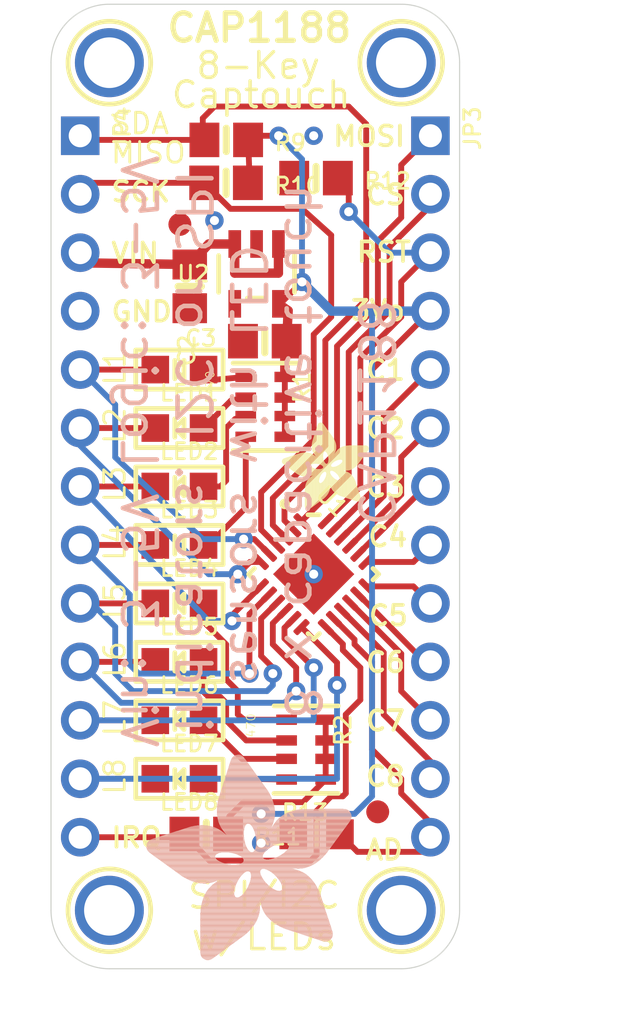
<source format=kicad_pcb>
(kicad_pcb (version 20211014) (generator pcbnew)
  (layers (0 "F.Cu" signal) (31 "B.Cu" signal) (34 "B.Paste" user) (35 "F.Paste" user) (36 "B.SilkS" user "B.Silkscreen") (37 "F.SilkS" user "F.Silkscreen") (38 "B.Mask" user) (39 "F.Mask" user) (44 "Edge.Cuts" user))
  (net 0 "")
  (net 1 "3.3V")
  (net 2 "LED1")
  (net 3 "LED2")
  (net 4 "LED3")
  (net 5 "LED4")
  (net 6 "LED5")
  (net 7 "CS1")
  (net 8 "CS2")
  (net 9 "CS3")
  (net 10 "CS4")
  (net 11 "LED6")
  (net 12 "LED7")
  (net 13 "LED8")
  (net 14 "CS5")
  (net 15 "CS6")
  (net 16 "CS7")
  (net 17 "CS8")
  (net 18 "GND")
  (net 19 "SDA/MISO")
  (net 20 "SCK")
  (net 21 "WAKE/MOSI")
  (net 22 "CS")
  (net 23 "RESET")
  (net 24 "ADDR")
  (net 25 "VIN")
  (net 26 "N$1")
  (net 27 "N$2")
  (net 28 "N$3")
  (net 29 "N$4")
  (net 30 "N$5")
  (net 31 "N$6")
  (net 32 "N$7")
  (net 33 "N$8")
  (net 34 "IRQ")
  (footprint "boardEagle:SOT23-5" (layer "F.Cu") (at 148.5571 95.7666 180)
    (fp_text reference "U2" (at 1.978 0) (layer "F.SilkS") (effects (font (size 0.692831 0.692831) (thickness 0.119969)) (justify right)))
    (fp_text value "MIC5225-3")
    (pad "1" smd rect (at -0.95 1.3001 180) (size 0.55 1.2) (layers "F.Cu" "F.Paste" "F.Mask") (net 25 "VIN"))
    (pad "2" smd rect (at 0 1.3001 180) (size 0.55 1.2) (layers "F.Cu" "F.Paste" "F.Mask") (net 18 "GND"))
    (pad "3" smd rect (at 0.95 1.3001 180) (size 0.55 1.2) (layers "F.Cu" "F.Paste" "F.Mask") (net 25 "VIN"))
    (pad "4" smd rect (at 0.95 -1.3001 180) (size 0.55 1.2) (layers "F.Cu" "F.Paste" "F.Mask"))
    (pad "5" smd rect (at -0.95 -1.3001 180) (size 0.55 1.2) (layers "F.Cu" "F.Paste" "F.Mask") (net 1 "3.3V"))
  )
  (footprint "boardEagle:0805-NO" (layer "F.Cu") (at 145.6491 96.3076 -90)
    (fp_text reference "C2" (at 2.032 0.127 90) (layer "F.SilkS") (effects (font (size 0.692831 0.692831) (thickness 0.119969)) (justify right)))
    (fp_text value "10uF")
    (pad "1" smd rect (at -0.95 0 270) (size 1.3 1.5) (layers "F.Cu" "F.Paste" "F.Mask") (net 25 "VIN"))
    (pad "2" smd rect (at 0.95 0 270) (size 1.3 1.5) (layers "F.Cu" "F.Paste" "F.Mask") (net 18 "GND"))
  )
  (footprint "boardEagle:MOUNTINGHOLE_2.0_PLATED" (layer "F.Cu") (at 154.8511 123.4186)
    (fp_text reference "U$8" hide)
    (fp_text value "MOUNTINGHOLE2.0" hide)
    (pad "P$1" thru_hole circle (at 0 0) (size 3 3) (drill 2.2) (layers *.Cu *.Mask))
  )
  (footprint "boardEagle:CHIPLED_0805" (layer "F.Cu") (at 145.1991 110.0836 90)
    (fp_text reference "LED5" (at -1.016 1.778) (layer "F.SilkS") (effects (font (size 0.692831 0.692831) (thickness 0.119969)) (justify right)))
    (fp_text value "")
    (pad "A" smd rect (at 0 1.05 90) (size 1.2 1.2) (layers "F.Cu" "F.Paste" "F.Mask") (net 30 "N$5"))
    (pad "C" smd rect (at 0 -1.05 90) (size 1.2 1.2) (layers "F.Cu" "F.Paste" "F.Mask") (net 6 "LED5"))
  )
  (footprint "boardEagle:CHIPLED_0805" (layer "F.Cu") (at 145.1991 112.6236 90)
    (fp_text reference "LED6" (at -1.016 1.778) (layer "F.SilkS") (effects (font (size 0.692831 0.692831) (thickness 0.119969)) (justify right)))
    (fp_text value "")
    (pad "A" smd rect (at 0 1.05 90) (size 1.2 1.2) (layers "F.Cu" "F.Paste" "F.Mask") (net 31 "N$6"))
    (pad "C" smd rect (at 0 -1.05 90) (size 1.2 1.2) (layers "F.Cu" "F.Paste" "F.Mask") (net 11 "LED6"))
  )
  (footprint "boardEagle:0805-NO" (layer "F.Cu") (at 151.1431 91.6036)
    (fp_text reference "R12" (at 2.032 0.127) (layer "F.SilkS") (effects (font (size 0.692831 0.692831) (thickness 0.119969)) (justify left)))
    (fp_text value "10K")
    (pad "1" smd rect (at -0.95 0) (size 1.3 1.5) (layers "F.Cu" "F.Paste" "F.Mask") (net 18 "GND"))
    (pad "2" smd rect (at 0.95 0) (size 1.3 1.5) (layers "F.Cu" "F.Paste" "F.Mask") (net 23 "RESET"))
  )
  (footprint "boardEagle:CHIPLED_0805" (layer "F.Cu") (at 145.1991 99.9236 90)
    (fp_text reference "LED1" (at -1.016 1.778) (layer "F.SilkS") (effects (font (size 0.692831 0.692831) (thickness 0.119969)) (justify right)))
    (fp_text value "")
    (pad "A" smd rect (at 0 1.05 90) (size 1.2 1.2) (layers "F.Cu" "F.Paste" "F.Mask") (net 26 "N$1"))
    (pad "C" smd rect (at 0 -1.05 90) (size 1.2 1.2) (layers "F.Cu" "F.Paste" "F.Mask") (net 2 "LED1"))
  )
  (footprint "boardEagle:CHIPLED_0805" (layer "F.Cu") (at 145.1991 102.4636 90)
    (fp_text reference "LED2" (at -1.016 1.778) (layer "F.SilkS") (effects (font (size 0.692831 0.692831) (thickness 0.119969)) (justify right)))
    (fp_text value "")
    (pad "A" smd rect (at 0 1.05 90) (size 1.2 1.2) (layers "F.Cu" "F.Paste" "F.Mask") (net 27 "N$2"))
    (pad "C" smd rect (at 0 -1.05 90) (size 1.2 1.2) (layers "F.Cu" "F.Paste" "F.Mask") (net 3 "LED2"))
  )
  (footprint "boardEagle:0805-NO" (layer "F.Cu") (at 148.9151 98.6886 180)
    (fp_text reference "C3" (at 2.032 0.127) (layer "F.SilkS") (effects (font (size 0.692831 0.692831) (thickness 0.119969)) (justify right)))
    (fp_text value "10uF")
    (pad "1" smd rect (at -0.95 0 180) (size 1.3 1.5) (layers "F.Cu" "F.Paste" "F.Mask") (net 1 "3.3V"))
    (pad "2" smd rect (at 0.95 0 180) (size 1.3 1.5) (layers "F.Cu" "F.Paste" "F.Mask") (net 18 "GND"))
  )
  (footprint "boardEagle:MOUNTINGHOLE_2.0_PLATED" (layer "F.Cu") (at 142.1511 86.5886)
    (fp_text reference "U$9" hide)
    (fp_text value "MOUNTINGHOLE2.0" hide)
    (pad "P$1" thru_hole circle (at 0 0) (size 3 3) (drill 2.2) (layers *.Cu *.Mask))
  )
  (footprint "boardEagle:0805-NO" (layer "F.Cu") (at 147.2371 89.9436)
    (fp_text reference "R9" (at 2.032 0.127) (layer "F.SilkS") (effects (font (size 0.692831 0.692831) (thickness 0.119969)) (justify left)))
    (fp_text value "10K")
    (pad "1" smd rect (at -0.95 0) (size 1.3 1.5) (layers "F.Cu" "F.Paste" "F.Mask") (net 19 "SDA/MISO"))
    (pad "2" smd rect (at 0.95 0) (size 1.3 1.5) (layers "F.Cu" "F.Paste" "F.Mask") (net 1 "3.3V"))
  )
  (footprint "boardEagle:ADAFRUIT_3.5MM" (layer "F.Cu") (at 153.4541 106.0196 90)
    (fp_text reference "U$13" hide)
    (fp_text value "" hide)
  )
  (footprint "boardEagle:RESPACK_4X0603" (layer "F.Cu") (at 150.7131 116.4376 -90)
    (fp_text reference "R2" (at -1.6 -1.6 90) (layer "F.SilkS") (effects (font (size 0.692831 0.692831) (thickness 0.119969)) (justify right)))
    (fp_text value "470" (at -1.6 2.4 90) (layer "F.SilkS") (effects (font (size 0.369824 0.369824) (thickness 0.036576)) (justify right)))
    (pad "1" smd rect (at -1.3 0.85 270) (size 0.45 0.9) (layers "F.Cu" "F.Paste" "F.Mask") (net 30 "N$5"))
    (pad "2" smd rect (at -0.4 0.85 270) (size 0.45 0.9) (layers "F.Cu" "F.Paste" "F.Mask") (net 31 "N$6"))
    (pad "3" smd rect (at 0.4 0.85 270) (size 0.45 0.9) (layers "F.Cu" "F.Paste" "F.Mask") (net 32 "N$7"))
    (pad "4" smd rect (at 1.3 0.85 270) (size 0.45 0.9) (layers "F.Cu" "F.Paste" "F.Mask") (net 33 "N$8"))
    (pad "5" smd rect (at 1.3 -0.85 270) (size 0.45 0.9) (layers "F.Cu" "F.Paste" "F.Mask") (net 1 "3.3V"))
    (pad "6" smd rect (at 0.4 -0.85 270) (size 0.45 0.9) (layers "F.Cu" "F.Paste" "F.Mask") (net 1 "3.3V"))
    (pad "7" smd rect (at -0.4 -0.85 270) (size 0.45 0.9) (layers "F.Cu" "F.Paste" "F.Mask") (net 1 "3.3V"))
    (pad "8" smd rect (at -1.3 -0.85 270) (size 0.45 0.9) (layers "F.Cu" "F.Paste" "F.Mask") (net 1 "3.3V"))
  )
  (footprint "boardEagle:CHIPLED_0805" (layer "F.Cu") (at 145.1991 117.7036 90)
    (fp_text reference "LED8" (at -1.016 1.778) (layer "F.SilkS") (effects (font (size 0.692831 0.692831) (thickness 0.119969)) (justify right)))
    (fp_text value "")
    (pad "A" smd rect (at 0 1.05 90) (size 1.2 1.2) (layers "F.Cu" "F.Paste" "F.Mask") (net 33 "N$8"))
    (pad "C" smd rect (at 0 -1.05 90) (size 1.2 1.2) (layers "F.Cu" "F.Paste" "F.Mask") (net 13 "LED8"))
  )
  (footprint "boardEagle:_0805MP" (layer "F.Cu") (at 151.1681 120.1166)
    (fp_text reference "R13" (at -1.5875 -0.9525) (layer "F.SilkS") (effects (font (size 0.692831 0.692831) (thickness 0.119969)) (justify left)))
    (fp_text value "150K")
    (pad "1" smd rect (at -1.016 0) (size 1.2 1.3) (layers "F.Cu" "F.Paste" "F.Mask") (net 18 "GND"))
    (pad "2" smd rect (at 1.016 0) (size 1.2 1.3) (layers "F.Cu" "F.Paste" "F.Mask") (net 24 "ADDR"))
  )
  (footprint "boardEagle:0805-NO" (layer "F.Cu") (at 147.2291 91.8086)
    (fp_text reference "R10" (at 2.032 0.127) (layer "F.SilkS") (effects (font (size 0.692831 0.692831) (thickness 0.119969)) (justify left)))
    (fp_text value "10K")
    (pad "1" smd rect (at -0.95 0) (size 1.3 1.5) (layers "F.Cu" "F.Paste" "F.Mask") (net 20 "SCK"))
    (pad "2" smd rect (at 0.95 0) (size 1.3 1.5) (layers "F.Cu" "F.Paste" "F.Mask") (net 1 "3.3V"))
  )
  (footprint "boardEagle:CHIPLED_0805" (layer "F.Cu") (at 145.1991 105.0036 90)
    (fp_text reference "LED3" (at -1.016 1.778) (layer "F.SilkS") (effects (font (size 0.692831 0.692831) (thickness 0.119969)) (justify right)))
    (fp_text value "")
    (pad "A" smd rect (at 0 1.05 90) (size 1.2 1.2) (layers "F.Cu" "F.Paste" "F.Mask") (net 28 "N$3"))
    (pad "C" smd rect (at 0 -1.05 90) (size 1.2 1.2) (layers "F.Cu" "F.Paste" "F.Mask") (net 4 "LED3"))
  )
  (footprint "boardEagle:FIDUCIAL_1MM" (layer "F.Cu") (at 145.2191 93.6146 90)
    (fp_text reference "FID2" hide)
    (fp_text value "FIDUCIAL\"\"" hide)
    (pad "1" smd roundrect (at 0 0 90) (size 1 1) (layers "F.Cu" "F.Mask") (roundrect_rratio 0.5))
  )
  (footprint "boardEagle:CHIPLED_0805" (layer "F.Cu") (at 145.1991 107.5436 90)
    (fp_text reference "LED4" (at -1.016 1.778) (layer "F.SilkS") (effects (font (size 0.692831 0.692831) (thickness 0.119969)) (justify right)))
    (fp_text value "")
    (pad "A" smd rect (at 0 1.05 90) (size 1.2 1.2) (layers "F.Cu" "F.Paste" "F.Mask") (net 29 "N$4"))
    (pad "C" smd rect (at 0 -1.05 90) (size 1.2 1.2) (layers "F.Cu" "F.Paste" "F.Mask") (net 5 "LED4"))
  )
  (footprint "boardEagle:MOUNTINGHOLE_2.0_PLATED" (layer "F.Cu") (at 142.1511 123.4186)
    (fp_text reference "U$7" hide)
    (fp_text value "MOUNTINGHOLE2.0" hide)
    (pad "P$1" thru_hole circle (at 0 0) (size 3 3) (drill 2.2) (layers *.Cu *.Mask))
  )
  (footprint "boardEagle:0805-NO" (layer "F.Cu") (at 146.3671 120.1016)
    (fp_text reference "R11" (at 2.032 0.127) (layer "F.SilkS") (effects (font (size 0.692831 0.692831) (thickness 0.119969)) (justify left)))
    (fp_text value "10K")
    (pad "1" smd rect (at -0.95 0) (size 1.3 1.5) (layers "F.Cu" "F.Paste" "F.Mask") (net 34 "IRQ"))
    (pad "2" smd rect (at 0.95 0) (size 1.3 1.5) (layers "F.Cu" "F.Paste" "F.Mask") (net 1 "3.3V"))
  )
  (footprint "boardEagle:QFN24_4MM_SMSC" (layer "F.Cu") (at 151.0411 108.8136 -45)
    (fp_text reference "U1" (at -2.450001 -2.799996 -225) (layer "F.SilkS") (effects (font (size 0.692831 0.692831) (thickness 0.119969)) (justify left)))
    (fp_text value "")
    (pad "1" smd roundrect (at -2 -1.25 135) (size 0.8 0.28) (layers "F.Cu" "F.Paste" "F.Mask") (net 22 "CS"))
    (pad "2" smd roundrect (at -2 -0.75 135) (size 0.8 0.28) (layers "F.Cu" "F.Paste" "F.Mask") (net 21 "WAKE/MOSI"))
    (pad "3" smd roundrect (at -2 -0.25 135) (size 0.8 0.28) (layers "F.Cu" "F.Paste" "F.Mask") (net 19 "SDA/MISO"))
    (pad "4" smd roundrect (at -2 0.25 135) (size 0.8 0.28) (layers "F.Cu" "F.Paste" "F.Mask") (net 20 "SCK"))
    (pad "5" smd roundrect (at -2 0.75 135) (size 0.8 0.28) (layers "F.Cu" "F.Paste" "F.Mask") (net 2 "LED1"))
    (pad "6" smd roundrect (at -2 1.25 135) (size 0.8 0.28) (layers "F.Cu" "F.Paste" "F.Mask") (net 3 "LED2"))
    (pad "7" smd roundrect (at -1.25 2 45) (size 0.8 0.28) (layers "F.Cu" "F.Paste" "F.Mask") (net 4 "LED3"))
    (pad "8" smd roundrect (at -0.75 2 45) (size 0.8 0.28) (layers "F.Cu" "F.Paste" "F.Mask") (net 5 "LED4"))
    (pad "9" smd roundrect (at -0.25 2 45) (size 0.8 0.28) (layers "F.Cu" "F.Paste" "F.Mask") (net 6 "LED5"))
    (pad "10" smd roundrect (at 0.25 2 45) (size 0.8 0.28) (layers "F.Cu" "F.Paste" "F.Mask") (net 11 "LED6"))
    (pad "11" smd roundrect (at 0.75 2 45) (size 0.8 0.28) (layers "F.Cu" "F.Paste" "F.Mask") (net 12 "LED7"))
    (pad "12" smd roundrect (at 1.25 2 45) (size 0.8 0.28) (layers "F.Cu" "F.Paste" "F.Mask") (net 13 "LED8"))
    (pad "13" smd roundrect (at 2 1.25 315) (size 0.8 0.28) (layers "F.Cu" "F.Paste" "F.Mask") (net 34 "IRQ"))
    (pad "14" smd roundrect (at 2 0.75 315) (size 0.8 0.28) (layers "F.Cu" "F.Paste" "F.Mask") (net 24 "ADDR"))
    (pad "15" smd roundrect (at 2 0.25 315) (size 0.8 0.28) (layers "F.Cu" "F.Paste" "F.Mask") (net 17 "CS8"))
    (pad "16" smd roundrect (at 2 -0.25 315) (size 0.8 0.28) (layers "F.Cu" "F.Paste" "F.Mask") (net 16 "CS7"))
    (pad "17" smd roundrect (at 2 -0.75 315) (size 0.8 0.28) (layers "F.Cu" "F.Paste" "F.Mask") (net 15 "CS6"))
    (pad "18" smd roundrect (at 2 -1.25 315) (size 0.8 0.28) (layers "F.Cu" "F.Paste" "F.Mask") (net 14 "CS5"))
    (pad "19" smd roundrect (at 1.25 -2 225) (size 0.8 0.28) (layers "F.Cu" "F.Paste" "F.Mask") (net 10 "CS4"))
    (pad "20" smd roundrect (at 0.75 -2 225) (size 0.8 0.28) (layers "F.Cu" "F.Paste" "F.Mask") (net 9 "CS3"))
    (pad "21" smd roundrect (at 0.25 -2 225) (size 0.8 0.28) (layers "F.Cu" "F.Paste" "F.Mask") (net 8 "CS2"))
    (pad "22" smd roundrect (at -0.25 -2 225) (size 0.8 0.28) (layers "F.Cu" "F.Paste" "F.Mask") (net 7 "CS1"))
    (pad "23" smd roundrect (at -0.75 -2 225) (size 0.8 0.28) (layers "F.Cu" "F.Paste" "F.Mask") (net 1 "3.3V"))
    (pad "24" smd roundrect (at -1.25 -2 225) (size 0.8 0.28) (layers "F.Cu" "F.Paste" "F.Mask") (net 23 "RESET"))
    (pad "THERM" smd rect (at 0 0 315) (size 2.5 2.5) (layers "F.Cu" "F.Mask") (net 18 "GND"))
  )
  (footprint "boardEagle:FIDUCIAL_1MM" (layer "F.Cu") (at 153.8281 119.1396 90)
    (fp_text reference "FID1" hide)
    (fp_text value "FIDUCIAL\"\"" hide)
    (pad "1" smd roundrect (at 0 0 90) (size 1 1) (layers "F.Cu" "F.Mask") (roundrect_rratio 0.5))
  )
  (footprint "boardEagle:1X13_ROUND_70" (layer "F.Cu") (at 156.1211 105.0036 -90)
    (fp_text reference "JP3" (at -16.5862 -1.8288 90) (layer "F.SilkS") (effects (font (size 0.692831 0.692831) (thickness 0.119969)) (justify right)))
    (fp_text value "")
    (pad "1" thru_hole rect (at -15.24 0) (size 1.6764 1.6764) (drill 1) (layers *.Cu *.Mask) (net 21 "WAKE/MOSI"))
    (pad "2" thru_hole circle (at -12.7 0) (size 1.6764 1.6764) (drill 1) (layers *.Cu *.Mask) (net 22 "CS"))
    (pad "3" thru_hole circle (at -10.16 0) (size 1.6764 1.6764) (drill 1) (layers *.Cu *.Mask) (net 23 "RESET"))
    (pad "4" thru_hole circle (at -7.62 0) (size 1.6764 1.6764) (drill 1) (layers *.Cu *.Mask) (net 1 "3.3V"))
    (pad "5" thru_hole circle (at -5.08 0) (size 1.6764 1.6764) (drill 1) (layers *.Cu *.Mask) (net 7 "CS1"))
    (pad "6" thru_hole circle (at -2.54 0) (size 1.6764 1.6764) (drill 1) (layers *.Cu *.Mask) (net 8 "CS2"))
    (pad "7" thru_hole circle (at 0 0) (size 1.6764 1.6764) (drill 1) (layers *.Cu *.Mask) (net 9 "CS3"))
    (pad "8" thru_hole circle (at 2.54 0) (size 1.6764 1.6764) (drill 1) (layers *.Cu *.Mask) (net 10 "CS4"))
    (pad "9" thru_hole circle (at 5.08 0) (size 1.6764 1.6764) (drill 1) (layers *.Cu *.Mask) (net 14 "CS5"))
    (pad "10" thru_hole circle (at 7.62 0) (size 1.6764 1.6764) (drill 1) (layers *.Cu *.Mask) (net 15 "CS6"))
    (pad "11" thru_hole circle (at 10.16 0) (size 1.6764 1.6764) (drill 1) (layers *.Cu *.Mask) (net 16 "CS7"))
    (pad "12" thru_hole circle (at 12.7 0) (size 1.6764 1.6764) (drill 1) (layers *.Cu *.Mask) (net 17 "CS8"))
    (pad "13" thru_hole circle (at 15.24 0) (size 1.6764 1.6764) (drill 1) (layers *.Cu *.Mask) (net 24 "ADDR"))
  )
  (footprint "boardEagle:CHIPLED_0805" (layer "F.Cu") (at 145.1991 115.1636 90)
    (fp_text reference "LED7" (at -1.016 1.778) (layer "F.SilkS") (effects (font (size 0.692831 0.692831) (thickness 0.119969)) (justify right)))
    (fp_text value "")
    (pad "A" smd rect (at 0 1.05 90) (size 1.2 1.2) (layers "F.Cu" "F.Paste" "F.Mask") (net 32 "N$7"))
    (pad "C" smd rect (at 0 -1.05 90) (size 1.2 1.2) (layers "F.Cu" "F.Paste" "F.Mask") (net 12 "LED7"))
  )
  (footprint "boardEagle:RESPACK_4X0603" (layer "F.Cu") (at 148.9351 101.5426 -90)
    (fp_text reference "R1" (at -1.6 -1.6 90) (layer "F.SilkS") (effects (font (size 0.692831 0.692831) (thickness 0.119969)) (justify right)))
    (fp_text value "470" (at -1.6 2.4 90) (layer "F.SilkS") (effects (font (size 0.369824 0.369824) (thickness 0.036576)) (justify right)))
    (pad "1" smd rect (at -1.3 0.85 270) (size 0.45 0.9) (layers "F.Cu" "F.Paste" "F.Mask") (net 26 "N$1"))
    (pad "2" smd rect (at -0.4 0.85 270) (size 0.45 0.9) (layers "F.Cu" "F.Paste" "F.Mask") (net 27 "N$2"))
    (pad "3" smd rect (at 0.4 0.85 270) (size 0.45 0.9) (layers "F.Cu" "F.Paste" "F.Mask") (net 28 "N$3"))
    (pad "4" smd rect (at 1.3 0.85 270) (size 0.45 0.9) (layers "F.Cu" "F.Paste" "F.Mask") (net 29 "N$4"))
    (pad "5" smd rect (at 1.3 -0.85 270) (size 0.45 0.9) (layers "F.Cu" "F.Paste" "F.Mask") (net 1 "3.3V"))
    (pad "6" smd rect (at 0.4 -0.85 270) (size 0.45 0.9) (layers "F.Cu" "F.Paste" "F.Mask") (net 1 "3.3V"))
    (pad "7" smd rect (at -0.4 -0.85 270) (size 0.45 0.9) (layers "F.Cu" "F.Paste" "F.Mask") (net 1 "3.3V"))
    (pad "8" smd rect (at -1.3 -0.85 270) (size 0.45 0.9) (layers "F.Cu" "F.Paste" "F.Mask") (net 1 "3.3V"))
  )
  (footprint "boardEagle:MOUNTINGHOLE_2.0_PLATED" (layer "F.Cu") (at 154.8511 86.5886)
    (fp_text reference "U$10" hide)
    (fp_text value "MOUNTINGHOLE2.0" hide)
    (pad "P$1" thru_hole circle (at 0 0) (size 3 3) (drill 2.2) (layers *.Cu *.Mask))
  )
  (footprint "boardEagle:1X13_ROUND_70" (layer "F.Cu") (at 140.8811 105.0036 -90)
    (fp_text reference "JP4" (at -16.5862 -1.8288 90) (layer "F.SilkS") (effects (font (size 0.692831 0.692831) (thickness 0.119969)) (justify right)))
    (fp_text value "")
    (pad "1" thru_hole rect (at -15.24 0) (size 1.6764 1.6764) (drill 1) (layers *.Cu *.Mask) (net 19 "SDA/MISO"))
    (pad "2" thru_hole circle (at -12.7 0) (size 1.6764 1.6764) (drill 1) (layers *.Cu *.Mask) (net 20 "SCK"))
    (pad "3" thru_hole circle (at -10.16 0) (size 1.6764 1.6764) (drill 1) (layers *.Cu *.Mask) (net 25 "VIN"))
    (pad "4" thru_hole circle (at -7.62 0) (size 1.6764 1.6764) (drill 1) (layers *.Cu *.Mask) (net 18 "GND"))
    (pad "5" thru_hole circle (at -5.08 0) (size 1.6764 1.6764) (drill 1) (layers *.Cu *.Mask) (net 2 "LED1"))
    (pad "6" thru_hole circle (at -2.54 0) (size 1.6764 1.6764) (drill 1) (layers *.Cu *.Mask) (net 3 "LED2"))
    (pad "7" thru_hole circle (at 0 0) (size 1.6764 1.6764) (drill 1) (layers *.Cu *.Mask) (net 4 "LED3"))
    (pad "8" thru_hole circle (at 2.54 0) (size 1.6764 1.6764) (drill 1) (layers *.Cu *.Mask) (net 5 "LED4"))
    (pad "9" thru_hole circle (at 5.08 0) (size 1.6764 1.6764) (drill 1) (layers *.Cu *.Mask) (net 6 "LED5"))
    (pad "10" thru_hole circle (at 7.62 0) (size 1.6764 1.6764) (drill 1) (layers *.Cu *.Mask) (net 11 "LED6"))
    (pad "11" thru_hole circle (at 10.16 0) (size 1.6764 1.6764) (drill 1) (layers *.Cu *.Mask) (net 12 "LED7"))
    (pad "12" thru_hole circle (at 12.7 0) (size 1.6764 1.6764) (drill 1) (layers *.Cu *.Mask) (net 13 "LED8"))
    (pad "13" thru_hole circle (at 15.24 0) (size 1.6764 1.6764) (drill 1) (layers *.Cu *.Mask) (net 34 "IRQ"))
  )
  (footprint "boardEagle:ADAFRUIT_9MM" (layer "B.Cu") (at 152.6921 125.5776 180)
    (fp_text reference "U$14" hide)
    (fp_text value "" hide)
  )
  (gr_line (start 154.8511 84.0486) (end 142.1511 84.0486) (layer "Edge.Cuts") (width 0.05))
  (gr_arc (start 139.6111 86.5886) (mid 140.355049 84.792549) (end 142.1511 84.0486) (layer "Edge.Cuts") (width 0.05))
  (gr_line (start 142.1511 125.9586) (end 154.8511 125.9586) (layer "Edge.Cuts") (width 0.05))
  (gr_arc (start 157.3911 123.4186) (mid 156.647151 125.214651) (end 154.8511 125.9586) (layer "Edge.Cuts") (width 0.05))
  (gr_arc (start 142.1511 125.9586) (mid 140.355049 125.214651) (end 139.6111 123.4186) (layer "Edge.Cuts") (width 0.05))
  (gr_line (start 157.3911 123.4186) (end 157.3911 86.5886) (layer "Edge.Cuts") (width 0.05))
  (gr_line (start 139.6111 86.5886) (end 139.6111 123.4186) (layer "Edge.Cuts") (width 0.05))
  (gr_arc (start 154.8511 84.0486) (mid 156.647151 84.792549) (end 157.3911 86.5886) (layer "Edge.Cuts") (width 0.05))
  (gr_text "8 x capacitive touch\nsensors with LED \nindicators. I2C or SPI\nVin: 3-5V Logic: 3-5V" (at 146.9771 103.4796 -90) (layer "B.SilkS") (effects (font (size 1.475232 1.475232) (thickness 0.201168)) (justify mirror)))
  (gr_text "CAP1188" (at 154.5971 96.7486 -90) (layer "B.SilkS") (effects (font (size 1.475232 1.475232) (thickness 0.201168)) (justify right top mirror)))
  (gr_text "IRQ" (at 142.1511 120.2676) (layer "F.SilkS") (effects (font (size 0.85344 0.85344) (thickness 0.16256)) (justify left)))
  (gr_text "C8" (at 155.1051 117.6006) (layer "F.SilkS") (effects (font (size 0.85344 0.85344) (thickness 0.16256)) (justify right)))
  (gr_text "RST" (at 155.3591 94.8196) (layer "F.SilkS") (effects (font (size 0.85344 0.85344) (thickness 0.16256)) (justify right)))
  (gr_text "SCK" (at 142.1511 92.1986) (layer "F.SilkS") (effects (font (size 0.85344 0.85344) (thickness 0.16256)) (justify left)))
  (gr_text "VIN" (at 142.1511 94.8676) (layer "F.SilkS") (effects (font (size 0.85344 0.85344) (thickness 0.16256)) (justify left)))
  (gr_text "CS" (at 155.1051 92.3276) (layer "F.SilkS") (effects (font (size 0.85344 0.85344) (thickness 0.16256)) (justify right)))
  (gr_text "Captouch" (at 148.7551 87.9856) (layer "F.SilkS") (effects (font (size 1.1176 1.1176) (thickness 0.1524))))
  (gr_text "L1" (at 142.9131 100.6856 90) (layer "F.SilkS") (effects (font (size 0.89408 0.89408) (thickness 0.12192)) (justify left bottom)))
  (gr_text "C4" (at 155.2051 107.1866) (layer "F.SilkS") (effects (font (size 0.85344 0.85344) (thickness 0.16256)) (justify right)))
  (gr_text "C7" (at 155.1051 115.1876) (layer "F.SilkS") (effects (font (size 0.85344 0.85344) (thickness 0.16256)) (justify right)))
  (gr_text "8-Key" (at 148.6281 86.7156) (layer "F.SilkS") (effects (font (size 1.1176 1.1176) (thickness 0.1524))))
  (gr_text "L7" (at 142.9131 115.9256 90) (layer "F.SilkS") (effects (font (size 0.89408 0.89408) (thickness 0.12192)) (justify left bottom)))
  (gr_text "L2" (at 142.9131 103.2256 90) (layer "F.SilkS") (effects (font (size 0.89408 0.89408) (thickness 0.12192)) (justify left bottom)))
  (gr_text "C5" (at 155.2321 110.6156) (layer "F.SilkS") (effects (font (size 0.85344 0.85344) (thickness 0.16256)) (justify right)))
  (gr_text "MISO" (at 142.1511 90.5016) (layer "F.SilkS") (effects (font (size 0.89408 0.89408) (thickness 0.12192)) (justify left)))
  (gr_text "L4" (at 142.9131 108.3056 90) (layer "F.SilkS") (effects (font (size 0.89408 0.89408) (thickness 0.12192)) (justify left bottom)))
  (gr_text "MOSI" (at 155.1051 89.7876) (layer "F.SilkS") (effects (font (size 0.85344 0.85344) (thickness 0.16256)) (justify right)))
  (gr_text "SPI/I2C\nw/LEDs" (at 148.8821 123.6726) (layer "F.SilkS") (effects (font (size 1.1176 1.1176) (thickness 0.1524))))
  (gr_text "CAP1188" (at 148.6761 85.0766) (layer "F.SilkS") (effects (font (size 1.194816 1.194816) (thickness 0.227584))))
  (gr_text "C6" (at 155.1051 112.6476) (layer "F.SilkS") (effects (font (size 0.85344 0.85344) (thickness 0.16256)) (justify right)))
  (gr_text "C3" (at 155.1051 105.0276) (layer "F.SilkS") (effects (font (size 0.85344 0.85344) (thickness 0.16256)) (justify right)))
  (gr_text "L6" (at 142.9131 113.3856 90) (layer "F.SilkS") (effects (font (size 0.89408 0.89408) (thickness 0.12192)) (justify left bottom)))
  (gr_text "L3" (at 142.9131 105.7656 90) (layer "F.SilkS") (effects (font (size 0.89408 0.89408) (thickness 0.12192)) (justify left bottom)))
  (gr_text "GND" (at 142.1511 97.4076) (layer "F.SilkS") (effects (font (size 0.85344 0.85344) (thickness 0.16256)) (justify left)))
  (gr_text "C2" (at 155.1051 102.4876) (layer "F.SilkS") (effects (font (size 0.85344 0.85344) (thickness 0.16256)) (justify right)))
  (gr_text "AD" (at 155.0131 120.7986) (layer "F.SilkS") (effects (font (size 0.85344 0.85344) (thickness 0.16256)) (justify right)))
  (gr_text "3Vo" (at 155.1051 97.3596) (layer "F.SilkS") (effects (font (size 0.85344 0.85344) (thickness 0.16256)) (justify right)))
  (gr_text "L8" (at 142.9131 118.4656 90) (layer "F.SilkS") (effects (font (size 0.89408 0.89408) (thickness 0.12192)) (justify left bottom)))
  (gr_text "L5" (at 142.9131 110.8456 90) (layer "F.SilkS") (effects (font (size 0.89408 0.89408) (thickness 0.12192)) (justify left bottom)))
  (gr_text "C1" (at 155.1051 99.9476) (layer "F.SilkS") (effects (font (size 0.85344 0.85344) (thickness 0.16256)) (justify right)))
  (gr_text "SDA" (at 142.1511 89.2316) (layer "F.SilkS") (effects (font (size 0.89408 0.89408) (thickness 0.12192)) (justify left)))
  (segment (start 151.5631 117.7376) (end 151.5631 116.8376) (width 0.254) (layer "F.Cu") (net 1))
  (segment (start 149.7851 100.2426) (end 149.7851 101.1426) (width 0.254) (layer "F.Cu") (net 1))
  (segment (start 149.9311 97.3637) (end 149.8651 98.6886) (width 0.4064) (layer "F.Cu") (net 1))
  (segment (start 148.2531 91.6076) (end 148.1791 91.8086) (width 0.254) (layer "F.Cu") (net 1))
  (segment (start 148.3271 89.7636) (end 149.5171 89.7636) (width 0.254) (layer "F.Cu") (net 1))
  (segment (start 149.707 96.9397) (end 149.5071 97.0667) (width 0.254) (layer "F.Cu") (net 1))
  (segment (start 149.7851 101.1426) (end 149.7851 101.9426) (width 0.254) (layer "F.Cu") (net 1))
  (segment (start 149.7851 98.5616) (end 149.8651 98.6886) (width 0.4064) (layer "F.Cu") (net 1))
  (segment (start 151.5631 116.8376) (end 151.5631 116.0376) (width 0.254) (layer "F.Cu") (net 1))
  (segment (start 148.7551 118.7196) (end 150.5811 118.7196) (width 0.254) (layer "F.Cu") (net 1))
  (segment (start 151.924981 106.86906) (end 153.5811 105.212941) (width 0.254) (layer "F.Cu") (net 1))
  (segment (start 151.5631 116.0376) (end 151.5631 115.1376) (width 0.254) (layer "F.Cu") (net 1))
  (segment (start 149.5071 97.0667) (end 149.9311 97.3637) (width 0.4064) (layer "F.Cu") (net 1))
  (segment (start 153.5811 99.9236) (end 156.1211 97.3836) (width 0.254) (layer "F.Cu") (net 1))
  (segment (start 147.3731 119.3396) (end 147.9931 118.7196) (width 0.254) (layer "F.Cu") (net 1))
  (segment (start 150.5331 96.1136) (end 149.707 96.9397) (width 0.254) (layer "F.Cu") (net 1))
  (segment (start 148.7551 118.7196) (end 148.7551 119.2276) (width 0.254) (layer "F.Cu") (net 1))
  (segment (start 150.5811 118.7196) (end 151.5631 117.7376) (width 0.254) (layer "F.Cu") (net 1))
  (segment (start 149.7851 100.2426) (end 149.7851 98.5616) (width 0.4064) (layer "F.Cu") (net 1))
  (segment (start 149.7851 101.9426) (end 149.7851 102.8426) (width 0.254) (layer "F.Cu") (net 1))
  (segment (start 148.1871 89.9436) (end 148.2531 91.6076) (width 0.254) (layer "F.Cu") (net 1))
  (segment (start 153.5811 105.212941) (end 153.5811 99.9236) (width 0.254) (layer "F.Cu") (net 1))
  (segment (start 147.9931 118.7196) (end 148.7551 118.7196) (width 0.254) (layer "F.Cu") (net 1))
  (segment (start 148.1871 89.9436) (end 148.3271 89.7636) (width 0.254) (layer "F.Cu") (net 1))
  (segment (start 147.3171 120.1016) (end 147.3731 119.3396) (width 0.254) (layer "F.Cu") (net 1))
  (via (at 150.5331 96.1136) (size 0.8001) (drill 0.3937) (layers "F.Cu" "B.Cu") (net 1))
  (via (at 149.5171 89.7636) (size 0.8001) (drill 0.3937) (layers "F.Cu" "B.Cu") (net 1))
  (via (at 148.7551 119.2276) (size 0.8001) (drill 0.3937) (layers "F.Cu" "B.Cu") (net 1))
  (segment (start 152.8191 119.2276) (end 153.5811 118.4656) (width 0.254) (layer "B.Cu") (net 1))
  (segment (start 153.5811 118.4656) (end 153.5811 97.3836) (width 0.254) (layer "B.Cu") (net 1))
  (segment (start 150.5331 90.7796) (end 150.5331 96.1136) (width 0.254) (layer "B.Cu") (net 1))
  (segment (start 156.1211 97.3836) (end 153.5811 97.3836) (width 0.4064) (layer "B.Cu") (net 1))
  (segment (start 151.8031 97.3836) (end 150.5331 96.1136) (width 0.4064) (layer "B.Cu") (net 1))
  (segment (start 149.5171 89.7636) (end 150.5331 90.7796) (width 0.254) (layer "B.Cu") (net 1))
  (segment (start 148.7551 119.2276) (end 152.8191 119.2276) (width 0.254) (layer "B.Cu") (net 1))
  (segment (start 153.5811 97.3836) (end 151.8031 97.3836) (width 0.4064) (layer "B.Cu") (net 1))
  (segment (start 148.456437 107.2896) (end 147.9931 107.2896) (width 0.254) (layer "F.Cu") (net 2))
  (segment (start 149.096556 107.929719) (end 148.456437 107.2896) (width 0.254) (layer "F.Cu") (net 2))
  (segment (start 140.8811 99.9236) (end 144.1491 99.9236) (width 0.254) (layer "F.Cu") (net 2))
  (via (at 147.9931 107.2896) (size 0.8001) (drill 0.3937) (layers "F.Cu" "B.Cu") (net 2))
  (segment (start 147.9931 107.2896) (end 146.2151 107.2896) (width 0.254) (layer "B.Cu") (net 2))
  (segment (start 146.2151 107.2896) (end 142.4051 103.7336) (width 0.254) (layer "B.Cu") (net 2))
  (segment (start 142.4051 101.4476) (end 140.8811 99.9236) (width 0.254) (layer "B.Cu") (net 2))
  (segment (start 142.4051 103.7336) (end 142.4051 101.4476) (width 0.254) (layer "B.Cu") (net 2))
  (segment (start 148.743 108.283272) (end 148.269428 108.283272) (width 0.254) (layer "F.Cu") (net 3))
  (segment (start 148.269428 108.283272) (end 147.7391 108.8136) (width 0.254) (layer "F.Cu") (net 3))
  (segment (start 144.1491 102.4636) (end 140.8811 102.4636) (width 0.254) (layer "F.Cu") (net 3))
  (via (at 147.7391 108.8136) (size 0.8001) (drill 0.3937) (layers "F.Cu" "B.Cu") (net 3))
  (segment (start 140.8811 103.2256) (end 140.8811 102.4636) (width 0.254) (layer "B.Cu") (net 3))
  (segment (start 147.7391 108.8136) (end 146.4691 108.8136) (width 0.254) (layer "B.Cu") (net 3))
  (segment (start 146.4691 108.8136) (end 140.8811 103.2256) (width 0.254) (layer "B.Cu") (net 3))
  (segment (start 147.495331 110.5916) (end 147.4851 110.8456) (width 0.254) (layer "F.Cu") (net 4))
  (segment (start 148.743 109.343932) (end 147.495331 110.5916) (width 0.254) (layer "F.Cu") (net 4))
  (segment (start 144.1491 105.0036) (end 140.8811 105.0036) (width 0.254) (layer "F.Cu") (net 4))
  (via (at 147.4851 110.8456) (size 0.8001) (drill 0.3937) (layers "F.Cu" "B.Cu") (net 4))
  (segment (start 147.4851 110.8456) (end 146.4691 110.8456) (width 0.254) (layer "B.Cu") (net 4))
  (segment (start 146.4691 110.8456) (end 140.8811 105.0036) (width 0.254) (layer "B.Cu") (net 4))
  (segment (start 148.2471 110.546941) (end 148.2471 113.1316) (width 0.254) (layer "F.Cu") (net 5))
  (segment (start 149.096556 109.697485) (end 148.2471 110.546941) (width 0.254) (layer "F.Cu") (net 5))
  (segment (start 144.1491 107.5436) (end 140.8811 107.5436) (width 0.254) (layer "F.Cu") (net 5))
  (via (at 148.2471 113.1316) (size 0.8001) (drill 0.3937) (layers "F.Cu" "B.Cu") (net 5))
  (segment (start 148.2471 113.1316) (end 143.4211 113.1316) (width 0.254) (layer "B.Cu") (net 5))
  (segment (start 143.0401 109.7026) (end 140.8811 107.5436) (width 0.254) (layer "B.Cu") (net 5))
  (segment (start 143.4211 113.1316) (end 143.0401 112.7506) (width 0.254) (layer "B.Cu") (net 5))
  (segment (start 143.0401 112.7506) (end 143.0401 109.7026) (width 0.254) (layer "B.Cu") (net 5))
  (segment (start 148.7551 110.746047) (end 148.7551 112.3696) (width 0.254) (layer "F.Cu") (net 6))
  (segment (start 148.7551 112.3696) (end 149.2631 112.8776) (width 0.254) (layer "F.Cu") (net 6))
  (segment (start 149.2631 112.8776) (end 149.2631 113.1316) (width 0.254) (layer "F.Cu") (net 6))
  (segment (start 149.450109 110.051038) (end 148.7551 110.746047) (width 0.254) (layer "F.Cu") (net 6))
  (segment (start 140.8811 110.0836) (end 144.1491 110.0836) (width 0.254) (layer "F.Cu") (net 6))
  (via (at 149.2631 113.1316) (size 0.8001) (drill 0.3937) (layers "F.Cu" "B.Cu") (net 6))
  (segment (start 142.4051 113.1316) (end 142.4051 111.0996) (width 0.254) (layer "B.Cu") (net 6))
  (segment (start 149.2631 113.1316) (end 149.2631 113.6396) (width 0.254) (layer "B.Cu") (net 6))
  (segment (start 143.1671 113.8936) (end 142.4051 113.1316) (width 0.254) (layer "B.Cu") (net 6))
  (segment (start 141.3891 110.0836) (end 140.8811 110.0836) (width 0.254) (layer "B.Cu") (net 6))
  (segment (start 149.2631 113.6396) (end 149.0091 113.8936) (width 0.254) (layer "B.Cu") (net 6))
  (segment (start 142.4051 111.0996) (end 141.3891 110.0836) (width 0.254) (layer "B.Cu") (net 6))
  (segment (start 149.0091 113.8936) (end 143.1671 113.8936) (width 0.254) (layer "B.Cu") (net 6))
  (segment (start 154.0891 101.9556) (end 156.1211 99.9236) (width 0.254) (layer "F.Cu") (net 7))
  (segment (start 154.0891 105.412047) (end 154.0891 101.9556) (width 0.254) (layer "F.Cu") (net 7))
  (segment (start 152.278534 107.222613) (end 154.0891 105.412047) (width 0.254) (layer "F.Cu") (net 7))
  (segment (start 154.8511 103.7336) (end 156.1211 102.4636) (width 0.254) (layer "F.Cu") (net 8))
  (segment (start 154.8511 105.357154) (end 154.8511 103.7336) (width 0.254) (layer "F.Cu") (net 8))
  (segment (start 152.632087 107.576166) (end 154.8511 105.357154) (width 0.254) (layer "F.Cu") (net 8))
  (segment (start 152.98564 107.929719) (end 155.911759 105.0036) (width 0.254) (layer "F.Cu") (net 9))
  (segment (start 155.911759 105.0036) (end 156.1211 105.0036) (width 0.254) (layer "F.Cu") (net 9))
  (segment (start 155.381428 108.283272) (end 156.1211 107.5436) (width 0.254) (layer "F.Cu") (net 10))
  (segment (start 153.339196 108.283272) (end 155.381428 108.283272) (width 0.254) (layer "F.Cu") (net 10))
  (segment (start 140.8811 112.6236) (end 144.1491 112.6236) (width 0.254) (layer "F.Cu") (net 11))
  (segment (start 149.2631 110.945154) (end 149.2631 111.8616) (width 0.254) (layer "F.Cu") (net 11))
  (segment (start 149.2631 111.8616) (end 150.2791 112.8776) (width 0.254) (layer "F.Cu") (net 11))
  (segment (start 149.803662 110.404591) (end 149.2631 110.945154) (width 0.254) (layer "F.Cu") (net 11))
  (segment (start 150.2791 112.8776) (end 150.2791 113.8936) (width 0.254) (layer "F.Cu") (net 11))
  (via (at 150.2791 113.8936) (size 0.8001) (drill 0.3937) (layers "F.Cu" "B.Cu") (net 11))
  (segment (start 142.6591 114.4016) (end 149.7711 114.4016) (width 0.254) (layer "B.Cu") (net 11))
  (segment (start 142.6591 114.4016) (end 140.8811 112.6236) (width 0.254) (layer "B.Cu") (net 11))
  (segment (start 149.7711 114.4016) (end 150.2791 113.8936) (width 0.254) (layer "B.Cu") (net 11))
  (segment (start 149.7711 111.14426) (end 149.7711 111.6076) (width 0.254) (layer "F.Cu") (net 12))
  (segment (start 140.8811 115.1636) (end 144.1491 115.1636) (width 0.254) (layer "F.Cu") (net 12))
  (segment (start 149.7711 111.6076) (end 151.0411 112.8776) (width 0.254) (layer "F.Cu") (net 12))
  (segment (start 150.157215 110.758144) (end 149.7711 111.14426) (width 0.254) (layer "F.Cu") (net 12))
  (via (at 151.0411 112.8776) (size 0.8001) (drill 0.3937) (layers "F.Cu" "B.Cu") (net 12))
  (segment (start 151.0411 112.8776) (end 151.0411 115.1636) (width 0.254) (layer "B.Cu") (net 12))
  (segment (start 151.0411 115.1636) (end 140.8811 115.1636) (width 0.254) (layer "B.Cu") (net 12))
  (segment (start 140.8811 117.7036) (end 144.1491 117.7036) (width 0.254) (layer "F.Cu") (net 13))
  (segment (start 152.0571 112.658032) (end 152.0571 113.6396) (width 0.254) (layer "F.Cu") (net 13))
  (segment (start 150.510768 111.1117) (end 152.0571 112.658032) (width 0.254) (layer "F.Cu") (net 13))
  (via (at 152.0571 113.6396) (size 0.8001) (drill 0.3937) (layers "F.Cu" "B.Cu") (net 13))
  (segment (start 152.0571 113.6396) (end 152.0571 117.7036) (width 0.254) (layer "B.Cu") (net 13))
  (segment (start 152.0571 117.7036) (end 140.8811 117.7036) (width 0.254) (layer "B.Cu") (net 13))
  (segment (start 155.381431 109.343932) (end 156.1211 110.0836) (width 0.254) (layer "F.Cu") (net 14))
  (segment (start 153.339196 109.343932) (end 155.381431 109.343932) (width 0.254) (layer "F.Cu") (net 14))
  (segment (start 153.625756 110.3376) (end 155.8671 112.6236) (width 0.254) (layer "F.Cu") (net 15))
  (segment (start 155.8671 112.6236) (end 156.1211 112.6236) (width 0.254) (layer "F.Cu") (net 15))
  (segment (start 152.98564 109.697485) (end 153.625756 110.3376) (width 0.254) (layer "F.Cu") (net 15))
  (segment (start 154.8511 113.8936) (end 156.1211 115.1636) (width 0.254) (layer "F.Cu") (net 16))
  (segment (start 152.632087 110.051038) (end 154.8511 112.27005) (width 0.254) (layer "F.Cu") (net 16))
  (segment (start 154.8511 112.27005) (end 154.8511 113.8936) (width 0.254) (layer "F.Cu") (net 16))
  (segment (start 156.1211 116.9416) (end 156.1211 117.7036) (width 0.254) (layer "F.Cu") (net 17))
  (segment (start 152.278534 110.404591) (end 154.0891 112.215157) (width 0.254) (layer "F.Cu") (net 17))
  (segment (start 154.0891 112.215157) (end 154.0891 114.9096) (width 0.254) (layer "F.Cu") (net 17))
  (segment (start 154.0891 114.9096) (end 156.1211 116.9416) (width 0.254) (layer "F.Cu") (net 17))
  (via (at 146.7231 93.4466) (size 0.8001) (drill 0.3937) (layers "F.Cu" "B.Cu") (net 18))
  (via (at 151.0411 108.8136) (size 0.8001) (drill 0.3937) (layers "F.Cu" "B.Cu") (net 18))
  (via (at 148.7551 120.4976) (size 0.8001) (drill 0.3937) (layers "F.Cu" "B.Cu") (net 18))
  (via (at 151.0411 89.7636) (size 0.8001) (drill 0.3937) (layers "F.Cu" "B.Cu") (net 18))
  (segment (start 146.7231 88.4936) (end 146.2151 89.0016) (width 0.254) (layer "F.Cu") (net 19))
  (segment (start 149.2631 105.5116) (end 151.5491 103.2256) (width 0.254) (layer "F.Cu") (net 19))
  (segment (start 153.3271 96.8756) (end 153.3271 89.2556) (width 0.254) (layer "F.Cu") (net 19))
  (segment (start 141.0821 89.9436) (end 146.2871 89.9436) (width 0.254) (layer "F.Cu") (net 19))
  (segment (start 151.5491 98.6536) (end 153.3271 96.8756) (width 0.254) (layer "F.Cu") (net 19))
  (segment (start 151.5491 103.2256) (end 151.5491 98.6536) (width 0.254) (layer "F.Cu") (net 19))
  (segment (start 152.5651 88.4936) (end 146.7231 88.4936) (width 0.254) (layer "F.Cu") (net 19))
  (segment (start 146.2151 89.6836) (end 146.2871 89.9436) (width 0.254) (layer "F.Cu") (net 19))
  (segment (start 153.3271 89.2556) (end 152.5651 88.4936) (width 0.254) (layer "F.Cu") (net 19))
  (segment (start 149.803662 107.222613) (end 149.2631 106.68205) (width 0.254) (layer "F.Cu") (net 19))
  (segment (start 140.8811 89.7636) (end 141.0821 89.9436) (width 0.254) (layer "F.Cu") (net 19))
  (segment (start 149.2631 106.68205) (end 149.2631 105.5116) (width 0.254) (layer "F.Cu") (net 19))
  (segment (start 146.2151 89.0016) (end 146.2151 89.6836) (width 0.254) (layer "F.Cu") (net 19))
  (segment (start 147.4221 92.9386) (end 150.5331 92.9386) (width 0.254) (layer "F.Cu") (net 20))
  (segment (start 151.0411 102.9716) (end 151.0411 98.3996) (width 0.254) (layer "F.Cu") (net 20))
  (segment (start 149.450109 107.576166) (end 148.7551 106.881157) (width 0.254) (layer "F.Cu") (net 20))
  (segment (start 148.7551 105.2576) (end 151.0411 102.9716) (width 0.254) (layer "F.Cu") (net 20))
  (segment (start 148.7551 106.881157) (end 148.7551 105.2576) (width 0.254) (layer "F.Cu") (net 20))
  (segment (start 151.8031 94.0816) (end 150.5331 92.9386) (width 0.254) (layer "F.Cu") (net 20))
  (segment (start 151.0411 98.3996) (end 151.8031 97.6376) (width 0.254) (layer "F.Cu") (net 20))
  (segment (start 151.8031 97.6376) (end 151.8031 94.0816) (width 0.254) (layer "F.Cu") (net 20))
  (segment (start 140.8811 92.3036) (end 141.4021 91.8086) (width 0.254) (layer "F.Cu") (net 20))
  (segment (start 141.4021 91.8086) (end 146.2791 91.8086) (width 0.254) (layer "F.Cu") (net 20))
  (segment (start 146.2791 91.8086) (end 147.4221 92.9386) (width 0.254) (layer "F.Cu") (net 20))
  (segment (start 153.8351 94.3356) (end 154.8511 93.3196) (width 0.254) (layer "F.Cu") (net 21))
  (segment (start 154.8511 93.3196) (end 154.8511 91.0336) (width 0.254) (layer "F.Cu") (net 21))
  (segment (start 153.8351 97.1296) (end 153.8351 94.3356) (width 0.254) (layer "F.Cu") (net 21))
  (segment (start 154.8511 91.0336) (end 156.1211 89.7636) (width 0.254) (layer "F.Cu") (net 21))
  (segment (start 152.0571 103.4796) (end 152.0571 98.9076) (width 0.254) (layer "F.Cu") (net 21))
  (segment (start 149.7711 105.7656) (end 152.0571 103.4796) (width 0.254) (layer "F.Cu") (net 21))
  (segment (start 152.0571 98.9076) (end 153.8351 97.1296) (width 0.254) (layer "F.Cu") (net 21))
  (segment (start 150.157215 106.86906) (end 149.7711 106.482944) (width 0.254) (layer "F.Cu") (net 21))
  (segment (start 155.8671 89.7636) (end 156.1211 89.7636) (width 0.254) (layer "F.Cu") (net 21))
  (segment (start 149.7711 106.482944) (end 149.7711 105.7656) (width 0.254) (layer "F.Cu") (net 21))
  (segment (start 154.3431 94.5896) (end 156.1211 92.8116) (width 0.254) (layer "F.Cu") (net 22))
  (segment (start 150.510768 106.515504) (end 152.5651 104.461172) (width 0.254) (layer "F.Cu") (net 22))
  (segment (start 152.5651 99.1616) (end 154.3431 97.3836) (width 0.254) (layer "F.Cu") (net 22))
  (segment (start 152.5651 104.461172) (end 152.5651 99.1616) (width 0.254) (layer "F.Cu") (net 22))
  (segment (start 156.1211 92.8116) (end 156.1211 92.3036) (width 0.254) (layer "F.Cu") (net 22))
  (segment (start 154.3431 97.3836) (end 154.3431 94.5896) (width 0.254) (layer "F.Cu") (net 22))
  (segment (start 153.0731 105.013832) (end 153.0731 99.4156) (width 0.254) (layer "F.Cu") (net 23))
  (segment (start 154.8511 97.6376) (end 154.8511 96.1136) (width 0.254) (layer "F.Cu") (net 23))
  (segment (start 152.0931 91.6036) (end 152.5651 92.0096) (width 0.254) (layer "F.Cu") (net 23))
  (segment (start 152.5651 92.0096) (end 152.5651 93.0656) (width 0.254) (layer "F.Cu") (net 23))
  (segment (start 151.571428 106.515504) (end 153.0731 105.013832) (width 0.254) (layer "F.Cu") (net 23))
  (segment (start 153.0731 99.4156) (end 154.8511 97.6376) (width 0.254) (layer "F.Cu") (net 23))
  (segment (start 154.8511 96.1136) (end 156.1211 94.8436) (width 0.254) (layer "F.Cu") (net 23))
  (via (at 152.5651 93.0656) (size 0.8001) (drill 0.3937) (layers "F.Cu" "B.Cu") (net 23))
  (segment (start 152.5651 93.0656) (end 154.3431 94.8436) (width 0.254) (layer "B.Cu") (net 23))
  (segment (start 154.3431 94.8436) (end 156.1211 94.8436) (width 0.254) (layer "B.Cu") (net 23))
  (segment (start 155.8671 120.8786) (end 156.1211 120.6246) (width 0.254) (layer "F.Cu") (net 24))
  (segment (start 152.1841 120.1166) (end 152.9461 120.8786) (width 0.254) (layer "F.Cu") (net 24))
  (segment (start 151.924981 110.758144) (end 152.8191 111.652263) (width 0.254) (layer "F.Cu") (net 24))
  (segment (start 156.1211 119.6086) (end 156.1211 120.2436) (width 0.254) (layer "F.Cu") (net 24))
  (segment (start 152.8191 111.652263) (end 152.8191 111.8616) (width 0.254) (layer "F.Cu") (net 24))
  (segment (start 156.1211 120.6246) (end 156.1211 120.2436) (width 0.254) (layer "F.Cu") (net 24))
  (segment (start 152.8191 111.8616) (end 153.5811 112.6236) (width 0.254) (layer "F.Cu") (net 24))
  (segment (start 153.5811 116.4336) (end 154.8511 117.7036) (width 0.254) (layer "F.Cu") (net 24))
  (segment (start 153.5811 112.6236) (end 153.5811 116.4336) (width 0.254) (layer "F.Cu") (net 24))
  (segment (start 154.8511 117.7036) (end 154.8511 118.3386) (width 0.254) (layer "F.Cu") (net 24))
  (segment (start 154.8511 118.3386) (end 156.1211 119.6086) (width 0.254) (layer "F.Cu") (net 24))
  (segment (start 152.9461 120.8786) (end 155.8671 120.8786) (width 0.254) (layer "F.Cu") (net 24))
  (segment (start 140.8811 94.8436) (end 141.3291 95.2916) (width 0.4064) (layer "F.Cu") (net 25))
  (segment (start 145.6491 95.3576) (end 146.4742 94.4665) (width 0.4064) (layer "F.Cu") (net 25))
  (segment (start 147.6071 95.7326) (end 147.6071 94.4665) (width 0.4064) (layer "F.Cu") (net 25))
  (segment (start 146.4742 94.4665) (end 147.6071 94.4665) (width 0.4064) (layer "F.Cu") (net 25))
  (segment (start 141.3291 95.2916) (end 145.6491 95.3576) (width 0.4064) (layer "F.Cu") (net 25))
  (segment (start 149.5071 94.4665) (end 149.5071 95.7326) (width 0.4064) (layer "F.Cu") (net 25))
  (segment (start 149.5071 95.7326) (end 147.6071 95.7326) (width 0.4064) (layer "F.Cu") (net 25))
  (segment (start 146.6951 100.3696) (end 148.0851 100.2426) (width 0.254) (layer "F.Cu") (net 26))
  (segment (start 146.2491 99.9236) (end 146.6951 100.3696) (width 0.254) (layer "F.Cu") (net 26))
  (segment (start 147.4431 101.2696) (end 148.0851 101.1426) (width 0.254) (layer "F.Cu") (net 27))
  (segment (start 146.2491 102.4636) (end 147.4431 101.2696) (width 0.254) (layer "F.Cu") (net 27))
  (segment (start 146.9771 105.0036) (end 147.2311 104.7496) (width 0.254) (layer "F.Cu") (net 28))
  (segment (start 147.6251 102.0696) (end 148.0851 101.9426) (width 0.254) (layer "F.Cu") (net 28))
  (segment (start 146.2491 105.0036) (end 146.9771 105.0036) (width 0.254) (layer "F.Cu") (net 28))
  (segment (start 147.2311 102.4636) (end 147.6251 102.0696) (width 0.254) (layer "F.Cu") (net 28))
  (segment (start 147.2311 104.7496) (end 147.2311 102.4636) (width 0.254) (layer "F.Cu") (net 28))
  (segment (start 148.0851 105.9276) (end 148.0851 102.8426) (width 0.254) (layer "F.Cu") (net 29))
  (segment (start 146.4691 107.5436) (end 148.0851 105.9276) (width 0.254) (layer "F.Cu") (net 29))
  (segment (start 146.2491 107.5436) (end 146.4691 107.5436) (width 0.254) (layer "F.Cu") (net 29))
  (segment (start 147.7391 114.9096) (end 148.0191 115.1376) (width 0.254) (layer "F.Cu") (net 30))
  (segment (start 147.7391 114.9096) (end 147.7391 113.8936) (width 0.254) (layer "F.Cu") (net 30))
  (segment (start 148.0191 115.1376) (end 149.8631 115.1376) (width 0.254) (layer "F.Cu") (net 30))
  (segment (start 147.2311 111.8616) (end 146.2491 110.8796) (width 0.254) (layer "F.Cu") (net 30))
  (segment (start 147.2311 113.3856) (end 147.2311 111.8616) (width 0.254) (layer "F.Cu") (net 30))
  (segment (start 147.7391 113.8936) (end 147.2311 113.3856) (width 0.254) (layer "F.Cu") (net 30))
  (segment (start 146.2491 110.8796) (end 146.2491 110.0836) (width 0.254) (layer "F.Cu") (net 30))
  (segment (start 146.2491 113.9276) (end 146.2491 112.6236) (width 0.254) (layer "F.Cu") (net 31))
  (segment (start 147.2311 115.1636) (end 148.1051 116.0376) (width 0.254) (layer "F.Cu") (net 31))
  (segment (start 146.9771 114.1476) (end 146.4691 114.1476) (width 0.254) (layer "F.Cu") (net 31))
  (segment (start 146.4691 114.1476) (end 146.2491 113.9276) (width 0.254) (layer "F.Cu") (net 31))
  (segment (start 147.2311 115.1636) (end 147.2311 114.4016) (width 0.254) (layer "F.Cu") (net 31))
  (segment (start 148.1051 116.0376) (end 149.8631 116.0376) (width 0.254) (layer "F.Cu") (net 31))
  (segment (start 147.2311 114.4016) (end 146.9771 114.1476) (width 0.254) (layer "F.Cu") (net 31))
  (segment (start 146.2491 115.1636) (end 147.9231 116.8376) (width 0.254) (layer "F.Cu") (net 32))
  (segment (start 147.9231 116.8376) (end 149.8631 116.8376) (width 0.254) (layer "F.Cu") (net 32))
  (segment (start 149.8631 117.7376) (end 148.0511 117.7036) (width 0.254) (layer "F.Cu") (net 33))
  (segment (start 148.0511 117.7036) (end 146.2491 117.7036) (width 0.254) (layer "F.Cu") (net 33))
  (segment (start 152.3111 118.4656) (end 152.4381 118.3386) (width 0.254) (layer "F.Cu") (net 34))
  (segment (start 151.571428 111.1117) (end 152.3111 111.851372) (width 0.254) (layer "F.Cu") (net 34))
  (segment (start 151.8031 118.4656) (end 152.3111 118.4656) (width 0.254) (layer "F.Cu") (net 34))
  (segment (start 152.4381 114.9096) (end 153.0731 114.2746) (width 0.254) (layer "F.Cu") (net 34))
  (segment (start 152.3111 111.851372) (end 152.3111 112.1156) (width 0.254) (layer "F.Cu") (net 34))
  (segment (start 151.1681 119.1006) (end 151.1681 121.0056) (width 0.254) (layer "F.Cu") (net 34))
  (segment (start 152.3111 112.1156) (end 153.0731 112.8776) (width 0.254) (layer "F.Cu") (net 34))
  (segment (start 145.4171 120.1016) (end 145.4631 120.2436) (width 0.254) (layer "F.Cu") (net 34))
  (segment (start 150.9141 121.2596) (end 146.5091 121.2596) (width 0.254) (layer "F.Cu") (net 34))
  (segment (start 146.5091 121.2596) (end 145.4171 120.1016) (width 0.254) (layer "F.Cu") (net 34))
  (segment (start 145.4631 120.2436) (end 140.8811 120.2436) (width 0.254) (layer "F.Cu") (net 34))
  (segment (start 153.0731 114.2746) (end 153.0731 112.8776) (width 0.254) (layer "F.Cu") (net 34))
  (segment (start 151.1681 119.1006) (end 151.8031 118.4656) (width 0.254) (layer "F.Cu") (net 34))
  (segment (start 151.1681 121.0056) (end 150.9141 121.2596) (width 0.254) (layer "F.Cu") (net 34))
  (segment (start 152.4381 118.3386) (end 152.4381 114.9096) (width 0.254) (layer "F.Cu") (net 34))
)
</source>
